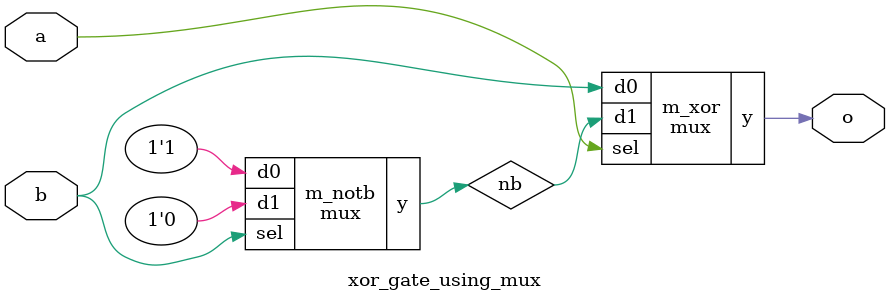
<source format=sv>

module mux
  (
    input  d0, d1,
    input  sel,
    output y
  );

  assign y = sel ? d1 : d0;

endmodule

//----------------------------------------------------------------------------
// Task
//----------------------------------------------------------------------------

module xor_gate_using_mux
  (
    input  a,
    input  b,
    output o
  );

  // Task:
  // Implement xor gate using instance(s) of mux,
  // constants 0 and 1, and wire connections
  wire nb;  // ~b, получаем тоже через mux

  // Инвертор на mux: ~b = mux(1, 0, b)
  mux m_notb (
        .d0 (1'b1),
        .d1 (1'b0),
        .sel(b),
        .y  (nb)
      );

  // XOR: если a=0 -> выдать b, если a=1 -> выдать ~b
  // o = mux(b, ~b, a)
  mux m_xor (
        .d0 (b),
        .d1 (nb),
        .sel(a),
        .y  (o)
      );
endmodule

</source>
